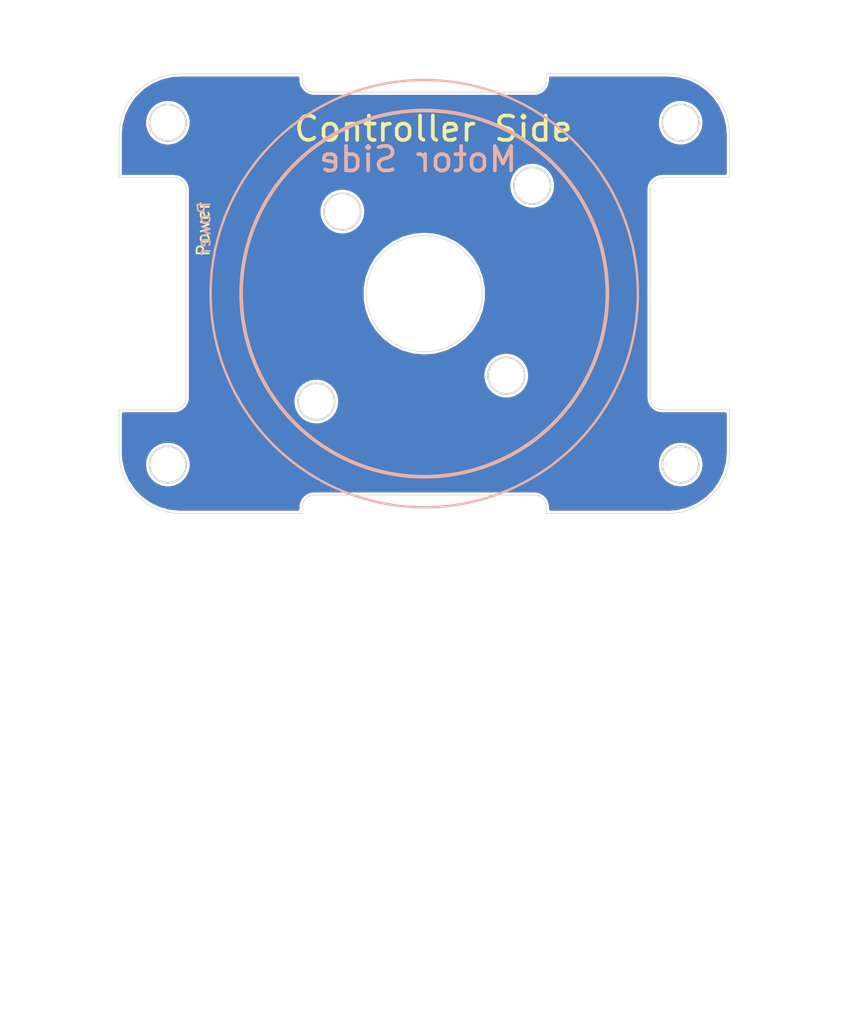
<source format=kicad_pcb>
(kicad_pcb (version 20171130) (host pcbnew "(5.1.9)-1")

  (general
    (thickness 1.6)
    (drawings 81)
    (tracks 0)
    (zones 0)
    (modules 2)
    (nets 2)
  )

  (page A4)
  (layers
    (0 F.Cu signal)
    (31 B.Cu signal)
    (32 B.Adhes user hide)
    (33 F.Adhes user hide)
    (34 B.Paste user hide)
    (35 F.Paste user hide)
    (36 B.SilkS user)
    (37 F.SilkS user)
    (38 B.Mask user hide)
    (39 F.Mask user)
    (40 Dwgs.User user hide)
    (41 Cmts.User user hide)
    (42 Eco1.User user hide)
    (43 Eco2.User user hide)
    (44 Edge.Cuts user)
    (45 Margin user hide)
    (46 B.CrtYd user hide)
    (47 F.CrtYd user hide)
    (48 B.Fab user hide)
    (49 F.Fab user hide)
  )

  (setup
    (last_trace_width 0.254)
    (user_trace_width 0.254)
    (user_trace_width 0.3)
    (user_trace_width 0.4)
    (user_trace_width 0.508)
    (trace_clearance 0.2)
    (zone_clearance 0.2)
    (zone_45_only yes)
    (trace_min 0.2)
    (via_size 0.6)
    (via_drill 0.3)
    (via_min_size 0.4)
    (via_min_drill 0.3)
    (uvia_size 0.3)
    (uvia_drill 0.1)
    (uvias_allowed no)
    (uvia_min_size 0.2)
    (uvia_min_drill 0.1)
    (edge_width 0.05)
    (segment_width 0.2)
    (pcb_text_width 0.3)
    (pcb_text_size 1.5 1.5)
    (mod_edge_width 0.12)
    (mod_text_size 1 1)
    (mod_text_width 0.15)
    (pad_size 3.2 3.2)
    (pad_drill 1.8)
    (pad_to_mask_clearance 0)
    (aux_axis_origin 141.617904 93.513591)
    (grid_origin 141.617904 93.513591)
    (visible_elements 7FFFFFFF)
    (pcbplotparams
      (layerselection 0x010fc_ffffffff)
      (usegerberextensions true)
      (usegerberattributes false)
      (usegerberadvancedattributes false)
      (creategerberjobfile false)
      (excludeedgelayer true)
      (linewidth 0.100000)
      (plotframeref false)
      (viasonmask false)
      (mode 1)
      (useauxorigin false)
      (hpglpennumber 1)
      (hpglpenspeed 20)
      (hpglpendiameter 15.000000)
      (psnegative false)
      (psa4output false)
      (plotreference true)
      (plotvalue true)
      (plotinvisibletext false)
      (padsonsilk false)
      (subtractmaskfromsilk true)
      (outputformat 1)
      (mirror false)
      (drillshape 0)
      (scaleselection 1)
      (outputdirectory "Gerbers/"))
  )

  (net 0 "")
  (net 1 GND)

  (net_class Default "This is the default net class."
    (clearance 0.2)
    (trace_width 0.254)
    (via_dia 0.6)
    (via_drill 0.3)
    (uvia_dia 0.3)
    (uvia_drill 0.1)
    (add_net GND)
  )

  (module DriverParts:Pad-Front_Only (layer B.Cu) (tedit 60E9EC63) (tstamp 60DEE1C0)
    (at 165.617904 83.013591)
    (path /60DE44AD)
    (fp_text reference J1 (at 0 -1) (layer B.SilkS) hide
      (effects (font (size 1 1) (thickness 0.15)) (justify mirror))
    )
    (fp_text value Conn_01x01 (at 0 0.5) (layer B.Fab)
      (effects (font (size 1 1) (thickness 0.15)) (justify mirror))
    )
    (pad 1 smd circle (at 0 0) (size 0.6 0.6) (layers B.Cu)
      (net 1 GND) (zone_connect 2))
  )

  (module DriverParts:Pad-Front_Only (layer F.Cu) (tedit 60E9EC63) (tstamp 60E9E562)
    (at 165.617904 83.013591)
    (path /60DE44AD)
    (fp_text reference J1 (at 0 1) (layer F.SilkS) hide
      (effects (font (size 1 1) (thickness 0.15)))
    )
    (fp_text value Conn_01x01 (at 0 -0.5) (layer F.Fab)
      (effects (font (size 1 1) (thickness 0.15)))
    )
    (pad 1 smd circle (at 0 0) (size 0.6 0.6) (layers F.Cu)
      (net 1 GND) (zone_connect 2))
  )

  (gr_circle (center 141.617904 93.513591) (end 156.617904 93.513591) (layer B.SilkS) (width 0.3))
  (gr_arc (start 150.617904 111.013591) (end 151.617904 111.013591) (angle -90) (layer Edge.Cuts) (width 0.05) (tstamp 60E76B6C))
  (gr_line (start 161.617904 111.513591) (end 151.617904 111.513591) (layer Edge.Cuts) (width 0.05) (tstamp 60E76B6B))
  (gr_arc (start 132.617904 111.013591) (end 132.617904 110.013591) (angle -90) (layer Edge.Cuts) (width 0.05) (tstamp 60E76B6A))
  (gr_line (start 131.617904 111.513591) (end 121.617904 111.513591) (layer Edge.Cuts) (width 0.05) (tstamp 60E76B69))
  (gr_line (start 151.617904 111.513591) (end 151.617904 111.013591) (layer Edge.Cuts) (width 0.05) (tstamp 60E76B68))
  (gr_line (start 150.617904 110.013591) (end 132.617904 110.013591) (layer Edge.Cuts) (width 0.05) (tstamp 60E76B67))
  (gr_line (start 131.617904 111.013591) (end 131.617904 111.513591) (layer Edge.Cuts) (width 0.05) (tstamp 60E76B66))
  (gr_arc (start 132.617904 76.013591) (end 131.617904 76.013591) (angle -90) (layer Edge.Cuts) (width 0.05) (tstamp 60E76B6C))
  (gr_line (start 121.617904 75.513591) (end 131.617904 75.513591) (layer Edge.Cuts) (width 0.05) (tstamp 60E76B6B))
  (gr_arc (start 150.617904 76.013591) (end 150.617904 77.013591) (angle -90) (layer Edge.Cuts) (width 0.05) (tstamp 60E76B6A))
  (gr_line (start 151.617904 75.513591) (end 161.617904 75.513591) (layer Edge.Cuts) (width 0.05) (tstamp 60E76B69))
  (gr_line (start 131.617904 75.513591) (end 131.617904 76.013591) (layer Edge.Cuts) (width 0.05) (tstamp 60E76B68))
  (gr_line (start 132.617904 77.013591) (end 150.617904 77.013591) (layer Edge.Cuts) (width 0.05) (tstamp 60E76B67))
  (gr_line (start 151.617904 76.013591) (end 151.617904 75.513591) (layer Edge.Cuts) (width 0.05) (tstamp 60E76B66))
  (gr_text Power (at 123.592904 88.188591 90) (layer B.SilkS) (tstamp 60DED295)
    (effects (font (size 1 1) (thickness 0.15)) (justify mirror))
  )
  (gr_text Power (at 123.517904 88.238591 90) (layer F.SilkS)
    (effects (font (size 1 1) (thickness 0.15)))
  )
  (gr_circle (center 141.617904 93.513591) (end 159.117904 93.513591) (layer B.SilkS) (width 0.2))
  (gr_arc (start 161.117904 102.013591) (end 160.117904 102.013591) (angle -90) (layer Edge.Cuts) (width 0.05))
  (gr_arc (start 161.117904 85.013591) (end 161.117904 84.013591) (angle -90) (layer Edge.Cuts) (width 0.05))
  (gr_arc (start 121.117904 102.013591) (end 121.117904 103.013591) (angle -90) (layer Edge.Cuts) (width 0.05))
  (gr_arc (start 121.117904 85.013591) (end 122.117904 85.013591) (angle -90) (layer Edge.Cuts) (width 0.05))
  (gr_text "Motor Side" (at 141.117904 82.513591) (layer B.SilkS) (tstamp 60DEE224)
    (effects (font (size 2 2) (thickness 0.3)) (justify mirror))
  )
  (gr_text "Controller Side" (at 142.367904 80.013591) (layer F.SilkS)
    (effects (font (size 2 2) (thickness 0.3)))
  )
  (gr_circle (center 141.617904 93.513591) (end 146.367904 93.513591) (layer Edge.Cuts) (width 0.05))
  (gr_line (start 116.617904 103.013591) (end 116.617904 106.513591) (layer Edge.Cuts) (width 0.05) (tstamp 60DE1C59))
  (gr_line (start 116.617904 80.513591) (end 116.617904 84.013591) (layer Edge.Cuts) (width 0.05) (tstamp 60DE1C56))
  (gr_line (start 166.617904 84.013591) (end 166.617904 80.513591) (layer Edge.Cuts) (width 0.05) (tstamp 60DE1C4C))
  (gr_line (start 166.617904 106.513591) (end 166.617904 103.013591) (layer Edge.Cuts) (width 0.05) (tstamp 60DE1C48))
  (gr_line (start 161.117904 103.013591) (end 166.617904 103.013591) (layer Edge.Cuts) (width 0.05))
  (gr_line (start 160.117904 85.013591) (end 160.117904 102.013591) (layer Edge.Cuts) (width 0.05))
  (gr_line (start 166.617904 84.013591) (end 161.117904 84.013591) (layer Edge.Cuts) (width 0.05))
  (gr_line (start 121.117904 84.013591) (end 116.617904 84.013591) (layer Edge.Cuts) (width 0.05))
  (gr_line (start 122.117904 102.013591) (end 122.117904 85.013591) (layer Edge.Cuts) (width 0.05))
  (gr_line (start 116.617904 103.013591) (end 121.117904 103.013591) (layer Edge.Cuts) (width 0.05))
  (gr_circle (center 134.907904 86.793591) (end 138.107904 86.793591) (layer Cmts.User) (width 0.12) (tstamp 60977E12))
  (gr_circle (center 132.777904 102.328591) (end 135.977904 102.328591) (layer Cmts.User) (width 0.12) (tstamp 60977E12))
  (gr_circle (center 148.367243 100.23293) (end 151.567243 100.23293) (layer Cmts.User) (width 0.12) (tstamp 60977E12))
  (gr_circle (center 150.467904 84.663591) (end 153.667904 84.663591) (layer Cmts.User) (width 0.12))
  (gr_circle (center 148.337904 100.233591) (end 149.838204 100.233591) (layer Edge.Cuts) (width 0.15) (tstamp 6097250C))
  (gr_circle (center 132.777904 102.353591) (end 134.278204 102.353591) (layer Edge.Cuts) (width 0.15) (tstamp 6097250C))
  (gr_circle (center 134.907243 86.794252) (end 136.407543 86.794252) (layer Edge.Cuts) (width 0.15) (tstamp 6097250C))
  (gr_circle (center 150.457904 84.673591) (end 151.958204 84.673591) (layer Edge.Cuts) (width 0.15))
  (gr_circle (center 120.617904 79.513591) (end 121.678564 80.574251) (layer Edge.Cuts) (width 0.15))
  (gr_circle (center 162.617904 79.513591) (end 163.678564 80.574251) (layer Edge.Cuts) (width 0.15) (tstamp 60971DA7))
  (gr_arc (start 121.617904 80.513591) (end 121.617904 75.513591) (angle -90) (layer Edge.Cuts) (width 0.05))
  (gr_arc (start 121.617904 106.513591) (end 116.617904 106.513591) (angle -90) (layer Edge.Cuts) (width 0.05))
  (gr_circle (center 120.617904 107.513591) (end 121.678565 108.574251) (layer Edge.Cuts) (width 0.15) (tstamp 604E4E23))
  (gr_arc (start 161.617904 106.513591) (end 161.617904 111.513591) (angle -90) (layer Edge.Cuts) (width 0.05))
  (gr_arc (start 161.617904 80.513591) (end 166.617904 80.513591) (angle -90) (layer Edge.Cuts) (width 0.05))
  (gr_circle (center 162.617904 107.513591) (end 163.678564 108.574251) (layer Edge.Cuts) (width 0.15) (tstamp 604E4E23))
  (gr_circle (center 162.617904 107.513591) (end 162.642904 111.513591) (layer Dwgs.User) (width 0.15))
  (gr_circle (center 162.617904 79.513591) (end 162.567904 83.513591) (layer Dwgs.User) (width 0.15))
  (gr_circle (center 120.617904 79.513591) (end 120.617904 75.513591) (layer Dwgs.User) (width 0.15))
  (gr_circle (center 120.617904 107.513591) (end 120.667904 111.513591) (layer Dwgs.User) (width 0.15))
  (gr_circle (center 141.617904 93.513591) (end 159.117904 93.513591) (layer Dwgs.User) (width 0.3))
  (gr_circle (center 141.617904 93.513591) (end 156.617904 93.513591) (layer Dwgs.User) (width 0.15))
  (gr_circle (center 141.617904 93.513591) (end 155.117904 93.513591) (layer Dwgs.User) (width 0.15))
  (gr_line (start 148.347244 100.232931) (end 148.347244 136.113591) (layer Dwgs.User) (width 0.15))
  (gr_line (start 134.898564 86.784251) (end 134.898564 138.513591) (layer Dwgs.User) (width 0.15))
  (gr_line (start 132.617904 93.513591) (end 132.617904 134.713591) (layer Dwgs.User) (width 0.15))
  (gr_line (start 150.617904 93.513591) (end 150.617904 134.713591) (layer Dwgs.User) (width 0.15))
  (gr_circle (center 148.347244 100.232931) (end 149.407904 101.293591) (layer Dwgs.User) (width 0.02) (tstamp 60536ED0))
  (gr_circle (center 150.468565 102.354252) (end 151.529372 103.415059) (layer Dwgs.User) (width 0.02) (tstamp 60536ECF))
  (gr_circle (center 149.407904 101.293591) (end 149.991267 101.876954) (layer Dwgs.User) (width 0.02) (tstamp 60536ECA))
  (gr_circle (center 134.908564 100.232931) (end 133.847904 101.293591) (layer Dwgs.User) (width 0.02) (tstamp 60536ED0))
  (gr_circle (center 132.787243 102.354252) (end 131.726436 103.415059) (layer Dwgs.User) (width 0.02) (tstamp 60536ECF))
  (gr_circle (center 133.847904 101.293591) (end 133.264541 101.876954) (layer Dwgs.User) (width 0.02) (tstamp 60536ECA))
  (gr_circle (center 134.898564 86.784251) (end 133.837904 85.723591) (layer Dwgs.User) (width 0.02) (tstamp 60536ED0))
  (gr_circle (center 132.777243 84.66293) (end 131.716436 83.602123) (layer Dwgs.User) (width 0.02) (tstamp 60536ECF))
  (gr_circle (center 133.837904 85.723591) (end 133.254541 85.140228) (layer Dwgs.User) (width 0.02) (tstamp 60536ECA))
  (gr_circle (center 148.337244 86.794251) (end 149.397904 85.733591) (layer Dwgs.User) (width 0.02) (tstamp 60536ED0))
  (gr_circle (center 150.458565 84.67293) (end 151.519372 83.612123) (layer Dwgs.User) (width 0.02) (tstamp 60536ECF))
  (gr_circle (center 149.397904 85.733591) (end 149.981267 85.150228) (layer Dwgs.User) (width 0.02) (tstamp 60536ECA))
  (gr_circle (center 141.617904 93.513591) (end 150.117904 93.513591) (layer Dwgs.User) (width 0.15))
  (gr_line (start 166.617904 68.513591) (end 116.617904 118.513591) (layer Dwgs.User) (width 0.15))
  (gr_line (start 116.617904 68.513591) (end 166.617904 118.513591) (layer Dwgs.User) (width 0.15))
  (gr_circle (center 141.617904 93.513591) (end 148.335418 100.231105) (layer Dwgs.User) (width 0.05))
  (gr_circle (center 141.617904 93.513591) (end 154.117904 93.513591) (layer Dwgs.User) (width 0.05))
  (gr_line (start 166.617904 93.515835) (end 116.617904 93.515835) (layer Dwgs.User) (width 0.15) (tstamp 6097039C))
  (gr_line (start 141.617904 68.51359) (end 141.617904 137.938591) (layer Dwgs.User) (width 0.15) (tstamp 6098B8B2))

  (zone (net 1) (net_name GND) (layer B.Cu) (tstamp 60DFA611) (hatch edge 0.508)
    (connect_pads (clearance 0.2))
    (min_thickness 0.254)
    (fill yes (arc_segments 32) (thermal_gap 0.508) (thermal_bridge_width 0.508))
    (polygon
      (pts
        (xy 176.567904 152.513591) (xy 106.867904 152.513591) (xy 107.267904 69.463591) (xy 176.967904 69.463591)
      )
    )
    (filled_polygon
      (pts
        (xy 131.265905 76.030883) (xy 131.267419 76.04626) (xy 131.267376 76.052475) (xy 131.267856 76.057367) (xy 131.288257 76.251464)
        (xy 131.294676 76.282736) (xy 131.30065 76.314053) (xy 131.302071 76.318758) (xy 131.359783 76.505196) (xy 131.37213 76.534567)
        (xy 131.384097 76.564187) (xy 131.386404 76.568526) (xy 131.479229 76.740203) (xy 131.497062 76.766641) (xy 131.514539 76.793349)
        (xy 131.517646 76.797158) (xy 131.64205 76.947536) (xy 131.664663 76.969991) (xy 131.687008 76.99281) (xy 131.690796 76.995942)
        (xy 131.842038 77.119292) (xy 131.86858 77.136927) (xy 131.894935 77.154972) (xy 131.899258 77.15731) (xy 132.071581 77.248935)
        (xy 132.101071 77.26109) (xy 132.1304 77.27366) (xy 132.135095 77.275114) (xy 132.321931 77.331523) (xy 132.353208 77.337716)
        (xy 132.384432 77.344353) (xy 132.38932 77.344866) (xy 132.583554 77.363911) (xy 132.600612 77.365591) (xy 150.635196 77.365591)
        (xy 150.650582 77.364076) (xy 150.656788 77.364119) (xy 150.66168 77.363639) (xy 150.855777 77.343238) (xy 150.887049 77.336819)
        (xy 150.918366 77.330845) (xy 150.923069 77.329425) (xy 150.923075 77.329423) (xy 151.109509 77.271712) (xy 151.13888 77.259365)
        (xy 151.1685 77.247398) (xy 151.172839 77.245091) (xy 151.344516 77.152266) (xy 151.370954 77.134433) (xy 151.397662 77.116956)
        (xy 151.401471 77.113849) (xy 151.551849 76.989445) (xy 151.574304 76.966832) (xy 151.597123 76.944487) (xy 151.600255 76.940699)
        (xy 151.723605 76.789457) (xy 151.74124 76.762915) (xy 151.759285 76.73656) (xy 151.761623 76.732237) (xy 151.853248 76.559914)
        (xy 151.865403 76.530424) (xy 151.877973 76.501095) (xy 151.879427 76.4964) (xy 151.935836 76.309564) (xy 151.942029 76.278287)
        (xy 151.948666 76.247063) (xy 151.949179 76.242175) (xy 151.968224 76.047941) (xy 151.969904 76.030883) (xy 151.969904 75.865591)
        (xy 161.602232 75.865591) (xy 162.440746 75.940426) (xy 163.237579 76.158415) (xy 163.983216 76.514067) (xy 164.654091 76.996139)
        (xy 165.228991 77.589389) (xy 165.68975 78.275072) (xy 166.021806 79.031515) (xy 166.215308 79.837507) (xy 166.265905 80.526516)
        (xy 166.265904 83.661591) (xy 161.100612 83.661591) (xy 161.085226 83.663106) (xy 161.079019 83.663063) (xy 161.074128 83.663543)
        (xy 160.880031 83.683944) (xy 160.848759 83.690363) (xy 160.817442 83.696337) (xy 160.812739 83.697757) (xy 160.812733 83.697759)
        (xy 160.626299 83.75547) (xy 160.596928 83.767817) (xy 160.567308 83.779784) (xy 160.562969 83.782092) (xy 160.391292 83.874916)
        (xy 160.364854 83.892749) (xy 160.338146 83.910226) (xy 160.334337 83.913333) (xy 160.183959 84.037737) (xy 160.161504 84.06035)
        (xy 160.138685 84.082695) (xy 160.135553 84.086483) (xy 160.012203 84.237725) (xy 159.99458 84.264249) (xy 159.976523 84.290621)
        (xy 159.974185 84.294945) (xy 159.88256 84.467267) (xy 159.870405 84.496757) (xy 159.857835 84.526086) (xy 159.856382 84.530782)
        (xy 159.799972 84.717618) (xy 159.793776 84.74891) (xy 159.787142 84.78012) (xy 159.786629 84.785008) (xy 159.767584 84.979241)
        (xy 159.765904 84.9963) (xy 159.765905 102.030883) (xy 159.767419 102.04626) (xy 159.767376 102.052475) (xy 159.767856 102.057367)
        (xy 159.788257 102.251464) (xy 159.794676 102.282736) (xy 159.80065 102.314053) (xy 159.802071 102.318758) (xy 159.859783 102.505196)
        (xy 159.87213 102.534567) (xy 159.884097 102.564187) (xy 159.886404 102.568526) (xy 159.979229 102.740203) (xy 159.997062 102.766641)
        (xy 160.014539 102.793349) (xy 160.017646 102.797158) (xy 160.14205 102.947536) (xy 160.164663 102.969991) (xy 160.187008 102.99281)
        (xy 160.190796 102.995942) (xy 160.342038 103.119292) (xy 160.36858 103.136927) (xy 160.394935 103.154972) (xy 160.399258 103.15731)
        (xy 160.571581 103.248935) (xy 160.601071 103.26109) (xy 160.6304 103.27366) (xy 160.635095 103.275114) (xy 160.821931 103.331523)
        (xy 160.853208 103.337716) (xy 160.884432 103.344353) (xy 160.88932 103.344866) (xy 161.083554 103.363911) (xy 161.100612 103.365591)
        (xy 166.265905 103.365591) (xy 166.265904 106.497919) (xy 166.191069 107.336433) (xy 165.97308 108.133264) (xy 165.617427 108.878906)
        (xy 165.135356 109.549778) (xy 164.542106 110.124678) (xy 163.856423 110.585437) (xy 163.09998 110.917493) (xy 162.293988 111.110995)
        (xy 161.604993 111.161591) (xy 151.969904 111.161591) (xy 151.969904 110.996299) (xy 151.968389 110.980913) (xy 151.968432 110.974706)
        (xy 151.967952 110.969815) (xy 151.947551 110.775718) (xy 151.941132 110.744446) (xy 151.935158 110.713129) (xy 151.933737 110.708424)
        (xy 151.876025 110.521986) (xy 151.863678 110.492615) (xy 151.851711 110.462995) (xy 151.849403 110.458656) (xy 151.756579 110.286979)
        (xy 151.738746 110.260541) (xy 151.721269 110.233833) (xy 151.718162 110.230024) (xy 151.593758 110.079646) (xy 151.571145 110.057191)
        (xy 151.5488 110.034372) (xy 151.545012 110.03124) (xy 151.39377 109.90789) (xy 151.367246 109.890267) (xy 151.340874 109.87221)
        (xy 151.33655 109.869872) (xy 151.164228 109.778247) (xy 151.134738 109.766092) (xy 151.105409 109.753522) (xy 151.100713 109.752069)
        (xy 150.913877 109.695659) (xy 150.882585 109.689463) (xy 150.851375 109.682829) (xy 150.846487 109.682316) (xy 150.652254 109.663271)
        (xy 150.635196 109.661591) (xy 132.600612 109.661591) (xy 132.585226 109.663106) (xy 132.579019 109.663063) (xy 132.574128 109.663543)
        (xy 132.380031 109.683944) (xy 132.348759 109.690363) (xy 132.317442 109.696337) (xy 132.312739 109.697757) (xy 132.312733 109.697759)
        (xy 132.126299 109.75547) (xy 132.096928 109.767817) (xy 132.067308 109.779784) (xy 132.062969 109.782092) (xy 131.891292 109.874916)
        (xy 131.864854 109.892749) (xy 131.838146 109.910226) (xy 131.834337 109.913333) (xy 131.683959 110.037737) (xy 131.661504 110.06035)
        (xy 131.638685 110.082695) (xy 131.635553 110.086483) (xy 131.512203 110.237725) (xy 131.49458 110.264249) (xy 131.476523 110.290621)
        (xy 131.474185 110.294945) (xy 131.38256 110.467267) (xy 131.370405 110.496757) (xy 131.357835 110.526086) (xy 131.356382 110.530782)
        (xy 131.299972 110.717618) (xy 131.293776 110.74891) (xy 131.287142 110.78012) (xy 131.286629 110.785008) (xy 131.267633 110.978746)
        (xy 131.265904 110.9963) (xy 131.265904 111.161591) (xy 121.633576 111.161591) (xy 120.795062 111.086756) (xy 119.998231 110.868767)
        (xy 119.252589 110.513114) (xy 118.581717 110.031043) (xy 118.006817 109.437793) (xy 117.546058 108.75211) (xy 117.214002 107.995667)
        (xy 117.053038 107.325202) (xy 118.705159 107.325202) (xy 118.705159 107.70198) (xy 118.778665 108.071518) (xy 118.922851 108.419616)
        (xy 119.132178 108.732895) (xy 119.3986 108.999317) (xy 119.711879 109.208644) (xy 120.059977 109.35283) (xy 120.429515 109.426336)
        (xy 120.806293 109.426336) (xy 121.175831 109.35283) (xy 121.523929 109.208644) (xy 121.837208 108.999317) (xy 122.10363 108.732895)
        (xy 122.312957 108.419616) (xy 122.457143 108.071518) (xy 122.530649 107.70198) (xy 122.530649 107.325202) (xy 160.705159 107.325202)
        (xy 160.705159 107.70198) (xy 160.778665 108.071518) (xy 160.922851 108.419616) (xy 161.132178 108.732895) (xy 161.3986 108.999317)
        (xy 161.711879 109.208644) (xy 162.059977 109.35283) (xy 162.429515 109.426336) (xy 162.806293 109.426336) (xy 163.175831 109.35283)
        (xy 163.523929 109.208644) (xy 163.837208 108.999317) (xy 164.10363 108.732895) (xy 164.312957 108.419616) (xy 164.457143 108.071518)
        (xy 164.530649 107.70198) (xy 164.530649 107.325202) (xy 164.457143 106.955664) (xy 164.312957 106.607566) (xy 164.10363 106.294287)
        (xy 163.837208 106.027865) (xy 163.523929 105.818538) (xy 163.175831 105.674352) (xy 162.806293 105.600846) (xy 162.429515 105.600846)
        (xy 162.059977 105.674352) (xy 161.711879 105.818538) (xy 161.3986 106.027865) (xy 161.132178 106.294287) (xy 160.922851 106.607566)
        (xy 160.778665 106.955664) (xy 160.705159 107.325202) (xy 122.530649 107.325202) (xy 122.457143 106.955664) (xy 122.312957 106.607566)
        (xy 122.10363 106.294287) (xy 121.837208 106.027865) (xy 121.523929 105.818538) (xy 121.175831 105.674352) (xy 120.806293 105.600846)
        (xy 120.429515 105.600846) (xy 120.059977 105.674352) (xy 119.711879 105.818538) (xy 119.3986 106.027865) (xy 119.132178 106.294287)
        (xy 118.922851 106.607566) (xy 118.778665 106.955664) (xy 118.705159 107.325202) (xy 117.053038 107.325202) (xy 117.0205 107.189675)
        (xy 116.969904 106.50068) (xy 116.969904 103.365591) (xy 121.135196 103.365591) (xy 121.150582 103.364076) (xy 121.156788 103.364119)
        (xy 121.16168 103.363639) (xy 121.355777 103.343238) (xy 121.387049 103.336819) (xy 121.418366 103.330845) (xy 121.423069 103.329425)
        (xy 121.423075 103.329423) (xy 121.609509 103.271712) (xy 121.63888 103.259365) (xy 121.6685 103.247398) (xy 121.672839 103.245091)
        (xy 121.844516 103.152266) (xy 121.870954 103.134433) (xy 121.897662 103.116956) (xy 121.901471 103.113849) (xy 122.051849 102.989445)
        (xy 122.074304 102.966832) (xy 122.097123 102.944487) (xy 122.100255 102.940699) (xy 122.223605 102.789457) (xy 122.24124 102.762915)
        (xy 122.259285 102.73656) (xy 122.261623 102.732237) (xy 122.353248 102.559914) (xy 122.365403 102.530424) (xy 122.377973 102.501095)
        (xy 122.379427 102.4964) (xy 122.435836 102.309564) (xy 122.442029 102.278287) (xy 122.448666 102.247063) (xy 122.449179 102.242175)
        (xy 122.456729 102.165173) (xy 130.86486 102.165173) (xy 130.86486 102.542009) (xy 130.938378 102.911605) (xy 131.082587 103.259757)
        (xy 131.291946 103.573085) (xy 131.55841 103.839549) (xy 131.871738 104.048908) (xy 132.21989 104.193117) (xy 132.589486 104.266635)
        (xy 132.966322 104.266635) (xy 133.335918 104.193117) (xy 133.68407 104.048908) (xy 133.997398 103.839549) (xy 134.263862 103.573085)
        (xy 134.473221 103.259757) (xy 134.61743 102.911605) (xy 134.690948 102.542009) (xy 134.690948 102.165173) (xy 134.61743 101.795577)
        (xy 134.473221 101.447425) (xy 134.263862 101.134097) (xy 133.997398 100.867633) (xy 133.68407 100.658274) (xy 133.335918 100.514065)
        (xy 132.966322 100.440547) (xy 132.589486 100.440547) (xy 132.21989 100.514065) (xy 131.871738 100.658274) (xy 131.55841 100.867633)
        (xy 131.291946 101.134097) (xy 131.082587 101.447425) (xy 130.938378 101.795577) (xy 130.86486 102.165173) (xy 122.456729 102.165173)
        (xy 122.468224 102.047941) (xy 122.469904 102.030883) (xy 122.469904 100.045173) (xy 146.42486 100.045173) (xy 146.42486 100.422009)
        (xy 146.498378 100.791605) (xy 146.642587 101.139757) (xy 146.851946 101.453085) (xy 147.11841 101.719549) (xy 147.431738 101.928908)
        (xy 147.77989 102.073117) (xy 148.149486 102.146635) (xy 148.526322 102.146635) (xy 148.895918 102.073117) (xy 149.24407 101.928908)
        (xy 149.557398 101.719549) (xy 149.823862 101.453085) (xy 150.033221 101.139757) (xy 150.17743 100.791605) (xy 150.250948 100.422009)
        (xy 150.250948 100.045173) (xy 150.17743 99.675577) (xy 150.033221 99.327425) (xy 149.823862 99.014097) (xy 149.557398 98.747633)
        (xy 149.24407 98.538274) (xy 148.895918 98.394065) (xy 148.526322 98.320547) (xy 148.149486 98.320547) (xy 147.77989 98.394065)
        (xy 147.431738 98.538274) (xy 147.11841 98.747633) (xy 146.851946 99.014097) (xy 146.642587 99.327425) (xy 146.498378 99.675577)
        (xy 146.42486 100.045173) (xy 122.469904 100.045173) (xy 122.469904 93.040992) (xy 136.517754 93.040992) (xy 136.517754 93.98619)
        (xy 136.691433 94.915293) (xy 137.032878 95.796663) (xy 137.53046 96.600286) (xy 138.167235 97.298795) (xy 138.921518 97.868403)
        (xy 139.767624 98.289714) (xy 140.676739 98.548379) (xy 141.617904 98.635591) (xy 142.559069 98.548379) (xy 143.468184 98.289714)
        (xy 144.31429 97.868403) (xy 145.068573 97.298795) (xy 145.705348 96.600286) (xy 146.20293 95.796663) (xy 146.544375 94.915293)
        (xy 146.718054 93.98619) (xy 146.718054 93.040992) (xy 146.544375 92.111889) (xy 146.20293 91.230519) (xy 145.705348 90.426896)
        (xy 145.068573 89.728387) (xy 144.31429 89.158779) (xy 143.468184 88.737468) (xy 142.559069 88.478803) (xy 141.617904 88.391591)
        (xy 140.676739 88.478803) (xy 139.767624 88.737468) (xy 138.921518 89.158779) (xy 138.167235 89.728387) (xy 137.53046 90.426896)
        (xy 137.032878 91.230519) (xy 136.691433 92.111889) (xy 136.517754 93.040992) (xy 122.469904 93.040992) (xy 122.469904 86.605834)
        (xy 132.994199 86.605834) (xy 132.994199 86.98267) (xy 133.067717 87.352266) (xy 133.211926 87.700418) (xy 133.421285 88.013746)
        (xy 133.687749 88.28021) (xy 134.001077 88.489569) (xy 134.349229 88.633778) (xy 134.718825 88.707296) (xy 135.095661 88.707296)
        (xy 135.465257 88.633778) (xy 135.813409 88.489569) (xy 136.126737 88.28021) (xy 136.393201 88.013746) (xy 136.60256 87.700418)
        (xy 136.746769 87.352266) (xy 136.820287 86.98267) (xy 136.820287 86.605834) (xy 136.746769 86.236238) (xy 136.60256 85.888086)
        (xy 136.393201 85.574758) (xy 136.126737 85.308294) (xy 135.813409 85.098935) (xy 135.465257 84.954726) (xy 135.095661 84.881208)
        (xy 134.718825 84.881208) (xy 134.349229 84.954726) (xy 134.001077 85.098935) (xy 133.687749 85.308294) (xy 133.421285 85.574758)
        (xy 133.211926 85.888086) (xy 133.067717 86.236238) (xy 132.994199 86.605834) (xy 122.469904 86.605834) (xy 122.469904 84.996299)
        (xy 122.468389 84.980913) (xy 122.468432 84.974706) (xy 122.467952 84.969815) (xy 122.447551 84.775718) (xy 122.441132 84.744446)
        (xy 122.435158 84.713129) (xy 122.433737 84.708424) (xy 122.376025 84.521986) (xy 122.363678 84.492615) (xy 122.360672 84.485173)
        (xy 148.54486 84.485173) (xy 148.54486 84.862009) (xy 148.618378 85.231605) (xy 148.762587 85.579757) (xy 148.971946 85.893085)
        (xy 149.23841 86.159549) (xy 149.551738 86.368908) (xy 149.89989 86.513117) (xy 150.269486 86.586635) (xy 150.646322 86.586635)
        (xy 151.015918 86.513117) (xy 151.36407 86.368908) (xy 151.677398 86.159549) (xy 151.943862 85.893085) (xy 152.153221 85.579757)
        (xy 152.29743 85.231605) (xy 152.370948 84.862009) (xy 152.370948 84.485173) (xy 152.29743 84.115577) (xy 152.153221 83.767425)
        (xy 151.943862 83.454097) (xy 151.677398 83.187633) (xy 151.36407 82.978274) (xy 151.015918 82.834065) (xy 150.646322 82.760547)
        (xy 150.269486 82.760547) (xy 149.89989 82.834065) (xy 149.551738 82.978274) (xy 149.23841 83.187633) (xy 148.971946 83.454097)
        (xy 148.762587 83.767425) (xy 148.618378 84.115577) (xy 148.54486 84.485173) (xy 122.360672 84.485173) (xy 122.351711 84.462995)
        (xy 122.349403 84.458656) (xy 122.256579 84.286979) (xy 122.238746 84.260541) (xy 122.221269 84.233833) (xy 122.218162 84.230024)
        (xy 122.093758 84.079646) (xy 122.071145 84.057191) (xy 122.0488 84.034372) (xy 122.045012 84.03124) (xy 121.89377 83.90789)
        (xy 121.867246 83.890267) (xy 121.840874 83.87221) (xy 121.83655 83.869872) (xy 121.664228 83.778247) (xy 121.634738 83.766092)
        (xy 121.605409 83.753522) (xy 121.600713 83.752069) (xy 121.413877 83.695659) (xy 121.382585 83.689463) (xy 121.351375 83.682829)
        (xy 121.346487 83.682316) (xy 121.152254 83.663271) (xy 121.135196 83.661591) (xy 116.969904 83.661591) (xy 116.969904 80.529263)
        (xy 117.044739 79.690749) (xy 117.144741 79.325202) (xy 118.705159 79.325202) (xy 118.705159 79.70198) (xy 118.778665 80.071518)
        (xy 118.922851 80.419616) (xy 119.132178 80.732895) (xy 119.3986 80.999317) (xy 119.711879 81.208644) (xy 120.059977 81.35283)
        (xy 120.429515 81.426336) (xy 120.806293 81.426336) (xy 121.175831 81.35283) (xy 121.523929 81.208644) (xy 121.837208 80.999317)
        (xy 122.10363 80.732895) (xy 122.312957 80.419616) (xy 122.457143 80.071518) (xy 122.530649 79.70198) (xy 122.530649 79.325202)
        (xy 160.705159 79.325202) (xy 160.705159 79.70198) (xy 160.778665 80.071518) (xy 160.922851 80.419616) (xy 161.132178 80.732895)
        (xy 161.3986 80.999317) (xy 161.711879 81.208644) (xy 162.059977 81.35283) (xy 162.429515 81.426336) (xy 162.806293 81.426336)
        (xy 163.175831 81.35283) (xy 163.523929 81.208644) (xy 163.837208 80.999317) (xy 164.10363 80.732895) (xy 164.312957 80.419616)
        (xy 164.457143 80.071518) (xy 164.530649 79.70198) (xy 164.530649 79.325202) (xy 164.457143 78.955664) (xy 164.312957 78.607566)
        (xy 164.10363 78.294287) (xy 163.837208 78.027865) (xy 163.523929 77.818538) (xy 163.175831 77.674352) (xy 162.806293 77.600846)
        (xy 162.429515 77.600846) (xy 162.059977 77.674352) (xy 161.711879 77.818538) (xy 161.3986 78.027865) (xy 161.132178 78.294287)
        (xy 160.922851 78.607566) (xy 160.778665 78.955664) (xy 160.705159 79.325202) (xy 122.530649 79.325202) (xy 122.457143 78.955664)
        (xy 122.312957 78.607566) (xy 122.10363 78.294287) (xy 121.837208 78.027865) (xy 121.523929 77.818538) (xy 121.175831 77.674352)
        (xy 120.806293 77.600846) (xy 120.429515 77.600846) (xy 120.059977 77.674352) (xy 119.711879 77.818538) (xy 119.3986 78.027865)
        (xy 119.132178 78.294287) (xy 118.922851 78.607566) (xy 118.778665 78.955664) (xy 118.705159 79.325202) (xy 117.144741 79.325202)
        (xy 117.262728 78.893916) (xy 117.61838 78.148279) (xy 118.100452 77.477404) (xy 118.693702 76.902504) (xy 119.379385 76.441745)
        (xy 120.135828 76.109689) (xy 120.94182 75.916187) (xy 121.630815 75.865591) (xy 131.265905 75.865591)
      )
    )
  )
  (zone (net 1) (net_name GND) (layer F.Cu) (tstamp 60E9E575) (hatch edge 0.508)
    (connect_pads (clearance 0.2))
    (min_thickness 0.254)
    (fill yes (arc_segments 32) (thermal_gap 0.508) (thermal_bridge_width 0.508))
    (polygon
      (pts
        (xy 177.161872 153.338591) (xy 107.461872 153.338591) (xy 107.861872 70.288591) (xy 177.561872 70.288591)
      )
    )
    (filled_polygon
      (pts
        (xy 131.265905 76.030883) (xy 131.267419 76.04626) (xy 131.267376 76.052475) (xy 131.267856 76.057367) (xy 131.288257 76.251464)
        (xy 131.294676 76.282736) (xy 131.30065 76.314053) (xy 131.302071 76.318758) (xy 131.359783 76.505196) (xy 131.37213 76.534567)
        (xy 131.384097 76.564187) (xy 131.386404 76.568526) (xy 131.479229 76.740203) (xy 131.497062 76.766641) (xy 131.514539 76.793349)
        (xy 131.517646 76.797158) (xy 131.64205 76.947536) (xy 131.664663 76.969991) (xy 131.687008 76.99281) (xy 131.690796 76.995942)
        (xy 131.842038 77.119292) (xy 131.86858 77.136927) (xy 131.894935 77.154972) (xy 131.899258 77.15731) (xy 132.071581 77.248935)
        (xy 132.101071 77.26109) (xy 132.1304 77.27366) (xy 132.135095 77.275114) (xy 132.321931 77.331523) (xy 132.353208 77.337716)
        (xy 132.384432 77.344353) (xy 132.38932 77.344866) (xy 132.583554 77.363911) (xy 132.600612 77.365591) (xy 150.635196 77.365591)
        (xy 150.650582 77.364076) (xy 150.656788 77.364119) (xy 150.66168 77.363639) (xy 150.855777 77.343238) (xy 150.887049 77.336819)
        (xy 150.918366 77.330845) (xy 150.923069 77.329425) (xy 150.923075 77.329423) (xy 151.109509 77.271712) (xy 151.13888 77.259365)
        (xy 151.1685 77.247398) (xy 151.172839 77.245091) (xy 151.344516 77.152266) (xy 151.370954 77.134433) (xy 151.397662 77.116956)
        (xy 151.401471 77.113849) (xy 151.551849 76.989445) (xy 151.574304 76.966832) (xy 151.597123 76.944487) (xy 151.600255 76.940699)
        (xy 151.723605 76.789457) (xy 151.74124 76.762915) (xy 151.759285 76.73656) (xy 151.761623 76.732237) (xy 151.853248 76.559914)
        (xy 151.865403 76.530424) (xy 151.877973 76.501095) (xy 151.879427 76.4964) (xy 151.935836 76.309564) (xy 151.942029 76.278287)
        (xy 151.948666 76.247063) (xy 151.949179 76.242175) (xy 151.968224 76.047941) (xy 151.969904 76.030883) (xy 151.969904 75.865591)
        (xy 161.602232 75.865591) (xy 162.440746 75.940426) (xy 163.237579 76.158415) (xy 163.983216 76.514067) (xy 164.654091 76.996139)
        (xy 165.228991 77.589389) (xy 165.68975 78.275072) (xy 166.021806 79.031515) (xy 166.215308 79.837507) (xy 166.265905 80.526516)
        (xy 166.265904 83.661591) (xy 161.100612 83.661591) (xy 161.085226 83.663106) (xy 161.079019 83.663063) (xy 161.074128 83.663543)
        (xy 160.880031 83.683944) (xy 160.848759 83.690363) (xy 160.817442 83.696337) (xy 160.812739 83.697757) (xy 160.812733 83.697759)
        (xy 160.626299 83.75547) (xy 160.596928 83.767817) (xy 160.567308 83.779784) (xy 160.562969 83.782092) (xy 160.391292 83.874916)
        (xy 160.364854 83.892749) (xy 160.338146 83.910226) (xy 160.334337 83.913333) (xy 160.183959 84.037737) (xy 160.161504 84.06035)
        (xy 160.138685 84.082695) (xy 160.135553 84.086483) (xy 160.012203 84.237725) (xy 159.99458 84.264249) (xy 159.976523 84.290621)
        (xy 159.974185 84.294945) (xy 159.88256 84.467267) (xy 159.870405 84.496757) (xy 159.857835 84.526086) (xy 159.856382 84.530782)
        (xy 159.799972 84.717618) (xy 159.793776 84.74891) (xy 159.787142 84.78012) (xy 159.786629 84.785008) (xy 159.767584 84.979241)
        (xy 159.765904 84.9963) (xy 159.765905 102.030883) (xy 159.767419 102.04626) (xy 159.767376 102.052475) (xy 159.767856 102.057367)
        (xy 159.788257 102.251464) (xy 159.794676 102.282736) (xy 159.80065 102.314053) (xy 159.802071 102.318758) (xy 159.859783 102.505196)
        (xy 159.87213 102.534567) (xy 159.884097 102.564187) (xy 159.886404 102.568526) (xy 159.979229 102.740203) (xy 159.997062 102.766641)
        (xy 160.014539 102.793349) (xy 160.017646 102.797158) (xy 160.14205 102.947536) (xy 160.164663 102.969991) (xy 160.187008 102.99281)
        (xy 160.190796 102.995942) (xy 160.342038 103.119292) (xy 160.36858 103.136927) (xy 160.394935 103.154972) (xy 160.399258 103.15731)
        (xy 160.571581 103.248935) (xy 160.601071 103.26109) (xy 160.6304 103.27366) (xy 160.635095 103.275114) (xy 160.821931 103.331523)
        (xy 160.853208 103.337716) (xy 160.884432 103.344353) (xy 160.88932 103.344866) (xy 161.083554 103.363911) (xy 161.100612 103.365591)
        (xy 166.265905 103.365591) (xy 166.265904 106.497919) (xy 166.191069 107.336433) (xy 165.97308 108.133264) (xy 165.617427 108.878906)
        (xy 165.135356 109.549778) (xy 164.542106 110.124678) (xy 163.856423 110.585437) (xy 163.09998 110.917493) (xy 162.293988 111.110995)
        (xy 161.604993 111.161591) (xy 151.969904 111.161591) (xy 151.969904 110.996299) (xy 151.968389 110.980913) (xy 151.968432 110.974706)
        (xy 151.967952 110.969815) (xy 151.947551 110.775718) (xy 151.941132 110.744446) (xy 151.935158 110.713129) (xy 151.933737 110.708424)
        (xy 151.876025 110.521986) (xy 151.863678 110.492615) (xy 151.851711 110.462995) (xy 151.849403 110.458656) (xy 151.756579 110.286979)
        (xy 151.738746 110.260541) (xy 151.721269 110.233833) (xy 151.718162 110.230024) (xy 151.593758 110.079646) (xy 151.571145 110.057191)
        (xy 151.5488 110.034372) (xy 151.545012 110.03124) (xy 151.39377 109.90789) (xy 151.367246 109.890267) (xy 151.340874 109.87221)
        (xy 151.33655 109.869872) (xy 151.164228 109.778247) (xy 151.134738 109.766092) (xy 151.105409 109.753522) (xy 151.100713 109.752069)
        (xy 150.913877 109.695659) (xy 150.882585 109.689463) (xy 150.851375 109.682829) (xy 150.846487 109.682316) (xy 150.652254 109.663271)
        (xy 150.635196 109.661591) (xy 132.600612 109.661591) (xy 132.585226 109.663106) (xy 132.579019 109.663063) (xy 132.574128 109.663543)
        (xy 132.380031 109.683944) (xy 132.348759 109.690363) (xy 132.317442 109.696337) (xy 132.312739 109.697757) (xy 132.312733 109.697759)
        (xy 132.126299 109.75547) (xy 132.096928 109.767817) (xy 132.067308 109.779784) (xy 132.062969 109.782092) (xy 131.891292 109.874916)
        (xy 131.864854 109.892749) (xy 131.838146 109.910226) (xy 131.834337 109.913333) (xy 131.683959 110.037737) (xy 131.661504 110.06035)
        (xy 131.638685 110.082695) (xy 131.635553 110.086483) (xy 131.512203 110.237725) (xy 131.49458 110.264249) (xy 131.476523 110.290621)
        (xy 131.474185 110.294945) (xy 131.38256 110.467267) (xy 131.370405 110.496757) (xy 131.357835 110.526086) (xy 131.356382 110.530782)
        (xy 131.299972 110.717618) (xy 131.293776 110.74891) (xy 131.287142 110.78012) (xy 131.286629 110.785008) (xy 131.267633 110.978746)
        (xy 131.265904 110.9963) (xy 131.265904 111.161591) (xy 121.633576 111.161591) (xy 120.795062 111.086756) (xy 119.998231 110.868767)
        (xy 119.252589 110.513114) (xy 118.581717 110.031043) (xy 118.006817 109.437793) (xy 117.546058 108.75211) (xy 117.214002 107.995667)
        (xy 117.053038 107.325202) (xy 118.705159 107.325202) (xy 118.705159 107.70198) (xy 118.778665 108.071518) (xy 118.922851 108.419616)
        (xy 119.132178 108.732895) (xy 119.3986 108.999317) (xy 119.711879 109.208644) (xy 120.059977 109.35283) (xy 120.429515 109.426336)
        (xy 120.806293 109.426336) (xy 121.175831 109.35283) (xy 121.523929 109.208644) (xy 121.837208 108.999317) (xy 122.10363 108.732895)
        (xy 122.312957 108.419616) (xy 122.457143 108.071518) (xy 122.530649 107.70198) (xy 122.530649 107.325202) (xy 160.705159 107.325202)
        (xy 160.705159 107.70198) (xy 160.778665 108.071518) (xy 160.922851 108.419616) (xy 161.132178 108.732895) (xy 161.3986 108.999317)
        (xy 161.711879 109.208644) (xy 162.059977 109.35283) (xy 162.429515 109.426336) (xy 162.806293 109.426336) (xy 163.175831 109.35283)
        (xy 163.523929 109.208644) (xy 163.837208 108.999317) (xy 164.10363 108.732895) (xy 164.312957 108.419616) (xy 164.457143 108.071518)
        (xy 164.530649 107.70198) (xy 164.530649 107.325202) (xy 164.457143 106.955664) (xy 164.312957 106.607566) (xy 164.10363 106.294287)
        (xy 163.837208 106.027865) (xy 163.523929 105.818538) (xy 163.175831 105.674352) (xy 162.806293 105.600846) (xy 162.429515 105.600846)
        (xy 162.059977 105.674352) (xy 161.711879 105.818538) (xy 161.3986 106.027865) (xy 161.132178 106.294287) (xy 160.922851 106.607566)
        (xy 160.778665 106.955664) (xy 160.705159 107.325202) (xy 122.530649 107.325202) (xy 122.457143 106.955664) (xy 122.312957 106.607566)
        (xy 122.10363 106.294287) (xy 121.837208 106.027865) (xy 121.523929 105.818538) (xy 121.175831 105.674352) (xy 120.806293 105.600846)
        (xy 120.429515 105.600846) (xy 120.059977 105.674352) (xy 119.711879 105.818538) (xy 119.3986 106.027865) (xy 119.132178 106.294287)
        (xy 118.922851 106.607566) (xy 118.778665 106.955664) (xy 118.705159 107.325202) (xy 117.053038 107.325202) (xy 117.0205 107.189675)
        (xy 116.969904 106.50068) (xy 116.969904 103.365591) (xy 121.135196 103.365591) (xy 121.150582 103.364076) (xy 121.156788 103.364119)
        (xy 121.16168 103.363639) (xy 121.355777 103.343238) (xy 121.387049 103.336819) (xy 121.418366 103.330845) (xy 121.423069 103.329425)
        (xy 121.423075 103.329423) (xy 121.609509 103.271712) (xy 121.63888 103.259365) (xy 121.6685 103.247398) (xy 121.672839 103.245091)
        (xy 121.844516 103.152266) (xy 121.870954 103.134433) (xy 121.897662 103.116956) (xy 121.901471 103.113849) (xy 122.051849 102.989445)
        (xy 122.074304 102.966832) (xy 122.097123 102.944487) (xy 122.100255 102.940699) (xy 122.223605 102.789457) (xy 122.24124 102.762915)
        (xy 122.259285 102.73656) (xy 122.261623 102.732237) (xy 122.353248 102.559914) (xy 122.365403 102.530424) (xy 122.377973 102.501095)
        (xy 122.379427 102.4964) (xy 122.435836 102.309564) (xy 122.442029 102.278287) (xy 122.448666 102.247063) (xy 122.449179 102.242175)
        (xy 122.468224 102.047941) (xy 122.469904 102.030883) (xy 122.469904 101.252931) (xy 129.550244 101.252931) (xy 129.550244 103.652931)
        (xy 129.552684 103.677707) (xy 129.559911 103.701532) (xy 129.571647 103.723488) (xy 129.587441 103.742734) (xy 131.487441 105.642734)
        (xy 131.506687 105.658528) (xy 131.528643 105.670264) (xy 131.552468 105.677491) (xy 131.577244 105.679931) (xy 133.977244 105.679931)
        (xy 134.00202 105.677491) (xy 134.025845 105.670264) (xy 134.047801 105.658528) (xy 134.067047 105.642734) (xy 135.967047 103.742734)
        (xy 135.982841 103.723488) (xy 135.994577 103.701532) (xy 136.001804 103.677707) (xy 136.004244 103.652931) (xy 136.004244 101.252931)
        (xy 136.001804 101.228155) (xy 135.994577 101.20433) (xy 135.982841 101.182374) (xy 135.967047 101.163128) (xy 134.067047 99.263128)
        (xy 134.047801 99.247334) (xy 134.025845 99.235598) (xy 134.00202 99.228371) (xy 133.977244 99.225931) (xy 131.577244 99.225931)
        (xy 131.552468 99.228371) (xy 131.528643 99.235598) (xy 131.506687 99.247334) (xy 131.487441 99.263128) (xy 129.587441 101.163128)
        (xy 129.571647 101.182374) (xy 129.559911 101.20433) (xy 129.552684 101.228155) (xy 129.550244 101.252931) (xy 122.469904 101.252931)
        (xy 122.469904 99.102931) (xy 145.050244 99.102931) (xy 145.050244 101.502931) (xy 145.052684 101.527707) (xy 145.059911 101.551532)
        (xy 145.071647 101.573488) (xy 145.087441 101.592734) (xy 146.987441 103.492734) (xy 147.006687 103.508528) (xy 147.028643 103.520264)
        (xy 147.052468 103.527491) (xy 147.077244 103.529931) (xy 149.477244 103.529931) (xy 149.50202 103.527491) (xy 149.525845 103.520264)
        (xy 149.547801 103.508528) (xy 149.567047 103.492734) (xy 151.467047 101.592734) (xy 151.482841 101.573488) (xy 151.494577 101.551532)
        (xy 151.501804 101.527707) (xy 151.504244 101.502931) (xy 151.504244 99.102931) (xy 151.501804 99.078155) (xy 151.494577 99.05433)
        (xy 151.482841 99.032374) (xy 151.467047 99.013128) (xy 149.567047 97.113128) (xy 149.547801 97.097334) (xy 149.525845 97.085598)
        (xy 149.50202 97.078371) (xy 149.477244 97.075931) (xy 147.077244 97.075931) (xy 147.052468 97.078371) (xy 147.028643 97.085598)
        (xy 147.006687 97.097334) (xy 146.987441 97.113128) (xy 145.087441 99.013128) (xy 145.071647 99.032374) (xy 145.059911 99.05433)
        (xy 145.052684 99.078155) (xy 145.050244 99.102931) (xy 122.469904 99.102931) (xy 122.469904 93.040992) (xy 136.517754 93.040992)
        (xy 136.517754 93.98619) (xy 136.691433 94.915293) (xy 137.032878 95.796663) (xy 137.53046 96.600286) (xy 138.167235 97.298795)
        (xy 138.921518 97.868403) (xy 139.767624 98.289714) (xy 140.676739 98.548379) (xy 141.617904 98.635591) (xy 142.559069 98.548379)
        (xy 143.468184 98.289714) (xy 144.31429 97.868403) (xy 145.068573 97.298795) (xy 145.705348 96.600286) (xy 146.20293 95.796663)
        (xy 146.544375 94.915293) (xy 146.718054 93.98619) (xy 146.718054 93.040992) (xy 146.544375 92.111889) (xy 146.20293 91.230519)
        (xy 145.705348 90.426896) (xy 145.068573 89.728387) (xy 144.31429 89.158779) (xy 143.468184 88.737468) (xy 142.559069 88.478803)
        (xy 141.617904 88.391591) (xy 140.676739 88.478803) (xy 139.767624 88.737468) (xy 138.921518 89.158779) (xy 138.167235 89.728387)
        (xy 137.53046 90.426896) (xy 137.032878 91.230519) (xy 136.691433 92.111889) (xy 136.517754 93.040992) (xy 122.469904 93.040992)
        (xy 122.469904 85.602931) (xy 131.650244 85.602931) (xy 131.650244 88.002931) (xy 131.652684 88.027707) (xy 131.659911 88.051532)
        (xy 131.671647 88.073488) (xy 131.687441 88.092734) (xy 133.587441 89.992734) (xy 133.606687 90.008528) (xy 133.628643 90.020264)
        (xy 133.652468 90.027491) (xy 133.677244 90.029931) (xy 136.077244 90.029931) (xy 136.10202 90.027491) (xy 136.125845 90.020264)
        (xy 136.147801 90.008528) (xy 136.167047 89.992734) (xy 138.067047 88.092734) (xy 138.082841 88.073488) (xy 138.094577 88.051532)
        (xy 138.101804 88.027707) (xy 138.104244 88.002931) (xy 138.104244 85.602931) (xy 138.101804 85.578155) (xy 138.094577 85.55433)
        (xy 138.082841 85.532374) (xy 138.067047 85.513128) (xy 136.167047 83.613128) (xy 136.147801 83.597334) (xy 136.125845 83.585598)
        (xy 136.10202 83.578371) (xy 136.077244 83.575931) (xy 133.677244 83.575931) (xy 133.652468 83.578371) (xy 133.628643 83.585598)
        (xy 133.606687 83.597334) (xy 133.587441 83.613128) (xy 131.687441 85.513128) (xy 131.671647 85.532374) (xy 131.659911 85.55433)
        (xy 131.652684 85.578155) (xy 131.650244 85.602931) (xy 122.469904 85.602931) (xy 122.469904 84.996299) (xy 122.468389 84.980913)
        (xy 122.468432 84.974706) (xy 122.467952 84.969815) (xy 122.447551 84.775718) (xy 122.441132 84.744446) (xy 122.435158 84.713129)
        (xy 122.433737 84.708424) (xy 122.376025 84.521986) (xy 122.363678 84.492615) (xy 122.351711 84.462995) (xy 122.349403 84.458656)
        (xy 122.256579 84.286979) (xy 122.238746 84.260541) (xy 122.221269 84.233833) (xy 122.218162 84.230024) (xy 122.093758 84.079646)
        (xy 122.071145 84.057191) (xy 122.0488 84.034372) (xy 122.045012 84.03124) (xy 121.89377 83.90789) (xy 121.867246 83.890267)
        (xy 121.840874 83.87221) (xy 121.83655 83.869872) (xy 121.664228 83.778247) (xy 121.634738 83.766092) (xy 121.605409 83.753522)
        (xy 121.600713 83.752069) (xy 121.413877 83.695659) (xy 121.382585 83.689463) (xy 121.351375 83.682829) (xy 121.346487 83.682316)
        (xy 121.152254 83.663271) (xy 121.135196 83.661591) (xy 116.969904 83.661591) (xy 116.969904 83.552931) (xy 147.200244 83.552931)
        (xy 147.200244 85.952931) (xy 147.202684 85.977707) (xy 147.209911 86.001532) (xy 147.221647 86.023488) (xy 147.237441 86.042734)
        (xy 149.137441 87.942734) (xy 149.156687 87.958528) (xy 149.178643 87.970264) (xy 149.202468 87.977491) (xy 149.227244 87.979931)
        (xy 151.627244 87.979931) (xy 151.65202 87.977491) (xy 151.675845 87.970264) (xy 151.697801 87.958528) (xy 151.717047 87.942734)
        (xy 153.617047 86.042734) (xy 153.632841 86.023488) (xy 153.644577 86.001532) (xy 153.651804 85.977707) (xy 153.654244 85.952931)
        (xy 153.654244 83.552931) (xy 153.651804 83.528155) (xy 153.644577 83.50433) (xy 153.632841 83.482374) (xy 153.617047 83.463128)
        (xy 151.717047 81.563128) (xy 151.697801 81.547334) (xy 151.675845 81.535598) (xy 151.65202 81.528371) (xy 151.627244 81.525931)
        (xy 149.227244 81.525931) (xy 149.202468 81.528371) (xy 149.178643 81.535598) (xy 149.156687 81.547334) (xy 149.137441 81.563128)
        (xy 147.237441 83.463128) (xy 147.221647 83.482374) (xy 147.209911 83.50433) (xy 147.202684 83.528155) (xy 147.200244 83.552931)
        (xy 116.969904 83.552931) (xy 116.969904 80.529263) (xy 117.044739 79.690749) (xy 117.144741 79.325202) (xy 118.705159 79.325202)
        (xy 118.705159 79.70198) (xy 118.778665 80.071518) (xy 118.922851 80.419616) (xy 119.132178 80.732895) (xy 119.3986 80.999317)
        (xy 119.711879 81.208644) (xy 120.059977 81.35283) (xy 120.429515 81.426336) (xy 120.806293 81.426336) (xy 121.175831 81.35283)
        (xy 121.523929 81.208644) (xy 121.837208 80.999317) (xy 122.10363 80.732895) (xy 122.312957 80.419616) (xy 122.457143 80.071518)
        (xy 122.530649 79.70198) (xy 122.530649 79.325202) (xy 160.705159 79.325202) (xy 160.705159 79.70198) (xy 160.778665 80.071518)
        (xy 160.922851 80.419616) (xy 161.132178 80.732895) (xy 161.3986 80.999317) (xy 161.711879 81.208644) (xy 162.059977 81.35283)
        (xy 162.429515 81.426336) (xy 162.806293 81.426336) (xy 163.175831 81.35283) (xy 163.523929 81.208644) (xy 163.837208 80.999317)
        (xy 164.10363 80.732895) (xy 164.312957 80.419616) (xy 164.457143 80.071518) (xy 164.530649 79.70198) (xy 164.530649 79.325202)
        (xy 164.457143 78.955664) (xy 164.312957 78.607566) (xy 164.10363 78.294287) (xy 163.837208 78.027865) (xy 163.523929 77.818538)
        (xy 163.175831 77.674352) (xy 162.806293 77.600846) (xy 162.429515 77.600846) (xy 162.059977 77.674352) (xy 161.711879 77.818538)
        (xy 161.3986 78.027865) (xy 161.132178 78.294287) (xy 160.922851 78.607566) (xy 160.778665 78.955664) (xy 160.705159 79.325202)
        (xy 122.530649 79.325202) (xy 122.457143 78.955664) (xy 122.312957 78.607566) (xy 122.10363 78.294287) (xy 121.837208 78.027865)
        (xy 121.523929 77.818538) (xy 121.175831 77.674352) (xy 120.806293 77.600846) (xy 120.429515 77.600846) (xy 120.059977 77.674352)
        (xy 119.711879 77.818538) (xy 119.3986 78.027865) (xy 119.132178 78.294287) (xy 118.922851 78.607566) (xy 118.778665 78.955664)
        (xy 118.705159 79.325202) (xy 117.144741 79.325202) (xy 117.262728 78.893916) (xy 117.61838 78.148279) (xy 118.100452 77.477404)
        (xy 118.693702 76.902504) (xy 119.379385 76.441745) (xy 120.135828 76.109689) (xy 120.94182 75.916187) (xy 121.630815 75.865591)
        (xy 131.265905 75.865591)
      )
    )
  )
  (zone (net 0) (net_name "") (layer F.Cu) (tstamp 6104E56E) (hatch full 0.508)
    (connect_pads (clearance 0.1))
    (min_thickness 0.254)
    (keepout (tracks not_allowed) (vias allowed) (copperpour not_allowed))
    (fill (arc_segments 32) (thermal_gap 0.508) (thermal_bridge_width 0.508))
    (polygon
      (pts
        (xy 137.977244 85.602931) (xy 137.977244 88.002931) (xy 136.077244 89.902931) (xy 133.677244 89.902931) (xy 131.777244 88.002931)
        (xy 131.777244 85.602931) (xy 133.677244 83.702931) (xy 136.077244 83.702931)
      )
    )
  )
  (zone (net 0) (net_name "") (layer F.Cu) (tstamp 6104E56E) (hatch full 0.508)
    (connect_pads (clearance 0.1))
    (min_thickness 0.254)
    (keepout (tracks not_allowed) (vias allowed) (copperpour not_allowed))
    (fill (arc_segments 32) (thermal_gap 0.508) (thermal_bridge_width 0.508))
    (polygon
      (pts
        (xy 153.527244 83.552931) (xy 153.527244 85.952931) (xy 151.627244 87.852931) (xy 149.227244 87.852931) (xy 147.327244 85.952931)
        (xy 147.327244 83.552931) (xy 149.227244 81.652931) (xy 151.627244 81.652931)
      )
    )
  )
  (zone (net 0) (net_name "") (layer F.Cu) (tstamp 6104E56E) (hatch full 0.508)
    (connect_pads (clearance 0.1))
    (min_thickness 0.254)
    (keepout (tracks not_allowed) (vias allowed) (copperpour not_allowed))
    (fill (arc_segments 32) (thermal_gap 0.508) (thermal_bridge_width 0.508))
    (polygon
      (pts
        (xy 151.377244 99.102931) (xy 151.377244 101.502931) (xy 149.477244 103.402931) (xy 147.077244 103.402931) (xy 145.177244 101.502931)
        (xy 145.177244 99.102931) (xy 147.077244 97.202931) (xy 149.477244 97.202931)
      )
    )
  )
  (zone (net 0) (net_name "") (layer F.Cu) (tstamp 6104E56E) (hatch full 0.508)
    (connect_pads (clearance 0.1))
    (min_thickness 0.254)
    (keepout (tracks not_allowed) (vias allowed) (copperpour not_allowed))
    (fill (arc_segments 32) (thermal_gap 0.508) (thermal_bridge_width 0.508))
    (polygon
      (pts
        (xy 135.877244 101.252931) (xy 135.877244 103.652931) (xy 133.977244 105.552931) (xy 131.577244 105.552931) (xy 129.677244 103.652931)
        (xy 129.677244 101.252931) (xy 131.577244 99.352931) (xy 133.977244 99.352931)
      )
    )
  )
)

</source>
